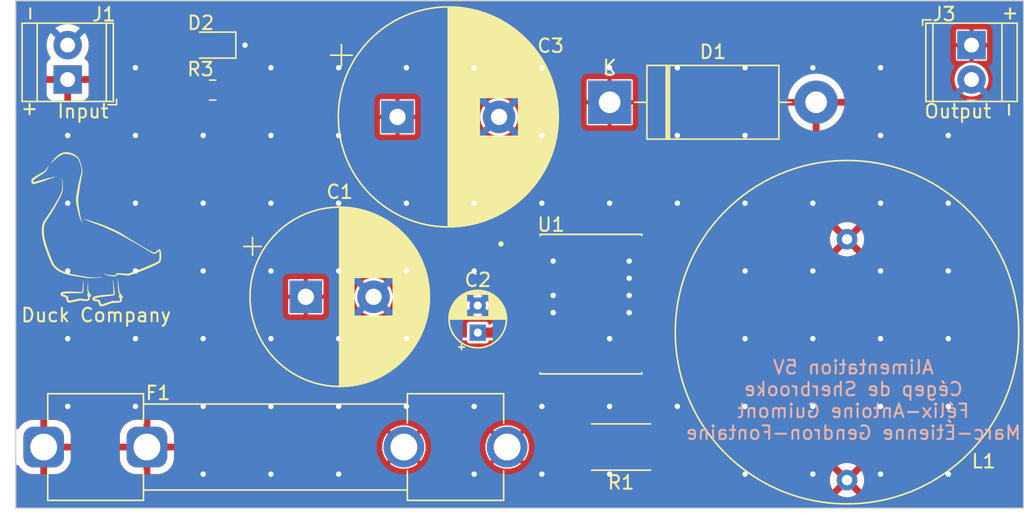
<source format=kicad_pcb>
(kicad_pcb (version 20221018) (generator pcbnew)
  (layers (0 "F.Cu" signal) (1 "In1.Cu" signal) (2 "In2.Cu" signal) (31 "B.Cu" signal) (34 "B.Paste" user) (35 "F.Paste" user) (36 "B.SilkS" user "B.Silkscreen") (37 "F.SilkS" user "F.Silkscreen") (38 "B.Mask" user) (39 "F.Mask" user) (44 "Edge.Cuts" user))
  (net 0 "")
  (net 1 "GND")
  (net 2 "Net-(J1-Pin_1)")
  (net 3 "Net-(D1-K)")
  (net 4 "Net-(U1-Ipk_Sense)")
  (net 5 "Net-(D1-A)")
  (net 6 "Net-(U1-timing_capacitor)")
  (net 8 "Net-(D2-A)")
  (net 9 "Net-(U1-VCC)")
  (footprint "THT:L0451-AL" (layer "F.Cu") (at 166.15 121.142 90)
    (fp_text reference "L1" hide)
    (fp_text value "180mH")
    (pad "1" thru_hole circle (at 0 0 90) (size 1.524 1.524) (drill 0.762) (layers "*.Cu" "*.Mask") (net 4 "Net-(U1-Ipk_Sense)"))
    (pad "2" thru_hole circle (at 17.78 0 90) (size 1.524 1.524) (drill 0.762) (layers "*.Cu" "*.Mask") (net 5 "Net-(D1-A)"))
  )
  (footprint "TerminalBlock_TE-Connectivity:TerminalBlock_TE_282834-2_1x02_P2.54mm_Horizontal" (layer "F.Cu") (at 175.34 89.03 -90)
    (fp_text reference "J3" (at -2.29 2.03) (layer "F.SilkS"))
    (fp_text value "ouput")
    (pad "1" thru_hole rect (at 0 0 270) (size 2.1 2.1) (drill 1.1) (layers "*.Cu" "*.Mask") (net 3 "Net-(D1-K)"))
    (pad "2" thru_hole circle (at 2.54 0 270) (size 2.1 2.1) (drill 1.1) (layers "*.Cu" "*.Mask") (net 1 "GND"))
  )
  (footprint "Fuse:Fuseholder_Clip-6.3x32mm_Littelfuse_102_122_Inline_P34.21x7.62mm_D1.98mm_Horizontal" (layer "F.Cu") (at 106.85 118.7)
    (fp_text reference "F1" (at 8.44 -3.99) (layer "F.SilkS"))
    (fp_text value "5A")
    (pad "1" thru_hole roundrect (at 0 0) (size 3 3) (drill 1.98) (layers "*.Cu" "*.Mask") (net 2 "Net-(J1-Pin_1)"))
    (pad "1" thru_hole roundrect (at 7.62 0) (size 3 3) (drill 1.98) (layers "*.Cu" "*.Mask") (net 2 "Net-(J1-Pin_1)"))
    (pad "2" thru_hole circle (at 26.59 0) (size 3 3) (drill 1.98) (layers "*.Cu" "*.Mask") (net 9 "Net-(U1-VCC)"))
    (pad "2" thru_hole circle (at 34.21 0) (size 3 3) (drill 1.98) (layers "*.Cu" "*.Mask") (net 9 "Net-(U1-VCC)"))
  )
  (footprint "Capacitor_THT:CP_Radial_D13.0mm_P5.00mm" (layer "F.Cu") (at 126.2 107.61)
    (fp_text reference "C1" (at 2.5 -7.75) (layer "F.SilkS"))
    (fp_text value "Cin")
    (pad "1" thru_hole rect (at 0 0) (size 2.4 2.4) (drill 1.2) (layers "*.Cu" "*.Mask") (net 9 "Net-(U1-VCC)"))
    (pad "2" thru_hole circle (at 5 0) (size 2.4 2.4) (drill 1.2) (layers "*.Cu" "*.Mask") (net 1 "GND"))
  )
  (footprint "Diode_THT:D_DO-201AD_P15.24mm_Horizontal" (layer "F.Cu") (at 148.63 93.25)
    (fp_text reference "D1" (at 7.62 -3.72) (layer "F.SilkS"))
    (fp_text value "1N5822")
    (fp_text user "K" (at 0 -2.6) (layer "F.SilkS"))
    (pad "1" thru_hole rect (at 0 0) (size 3.2 3.2) (drill 1.6) (layers "*.Cu" "*.Mask") (net 3 "Net-(D1-K)"))
    (pad "2" thru_hole oval (at 15.24 0) (size 3.2 3.2) (drill 1.6) (layers "*.Cu" "*.Mask") (net 5 "Net-(D1-A)"))
  )
  (footprint "Logo:duck_15x15" (layer "F.Cu") (at 110.733286 102.62224)
    (fp_text reference "G***" hide)
    (fp_text value "LOGO" hide)
  )
  (footprint "TerminalBlock_TE-Connectivity:TerminalBlock_TE_282834-2_1x02_P2.54mm_Horizontal" (layer "F.Cu") (at 108.62 91.57 90)
    (fp_text reference "J1" (at 4.81 2.67 180) (layer "F.SilkS"))
    (fp_text value "Input ")
    (pad "1" thru_hole rect (at 0 0 90) (size 2.1 2.1) (drill 1.1) (layers "*.Cu" "*.Mask") (net 2 "Net-(J1-Pin_1)"))
    (pad "2" thru_hole circle (at 2.54 0 90) (size 2.1 2.1) (drill 1.1) (layers "*.Cu" "*.Mask") (net 1 "GND"))
  )
  (footprint "Capacitor_THT:CP_Radial_D16.0mm_P7.50mm" (layer "F.Cu") (at 132.967246 94.33)
    (fp_text reference "C3" (at 11.302754 -5.25) (layer "F.SilkS"))
    (fp_text value "Co")
    (pad "1" thru_hole rect (at 0 0) (size 2.4 2.4) (drill 1.2) (layers "*.Cu" "*.Mask") (net 3 "Net-(D1-K)"))
    (pad "2" thru_hole circle (at 7.5 0) (size 2.4 2.4) (drill 1.2) (layers "*.Cu" "*.Mask") (net 1 "GND"))
  )
  (footprint "LED_SMD:LED_0805_2012Metric" (layer "F.Cu") (at 119.35 89.03 180)
    (fp_text reference "D2" (at 0.9 1.64) (layer "F.SilkS"))
    (fp_text value "LED")
    (pad "1" smd roundrect (at -0.9375 0 180) (size 0.975 1.4) (layers "F.Cu" "F.Paste" "F.Mask") (net 1 "GND"))
    (pad "2" smd roundrect (at 0.9375 0 180) (size 0.975 1.4) (layers "F.Cu" "F.Paste" "F.Mask") (net 8 "Net-(D2-A)"))
  )
  (footprint "Resistor_SMD:R_2512_6332Metric" (layer "F.Cu") (at 149.47 118.7 180)
    (fp_text reference "R1" (at 0 -2.62) (layer "F.SilkS"))
    (fp_text value "0.075")
    (pad "1" smd roundrect (at -2.9625 0 180) (size 1.225 3.35) (layers "F.Cu" "F.Paste" "F.Mask") (roundrect_rratio 0.2040816327) (net 4 "Net-(U1-Ipk_Sense)"))
    (pad "2" smd roundrect (at 2.9625 0 180) (size 1.225 3.35) (layers "F.Cu" "F.Paste" "F.Mask") (roundrect_rratio 0.2040816327) (net 9 "Net-(U1-VCC)"))
  )
  (footprint "SOIC127P1030X265-16N:SOIC127P1030X265-16N" (layer "F.Cu") (at 147.2525 108.15)
    (fp_text reference "U1" (at -2.95 -5.865) (layer "F.SilkS"))
    (fp_text value "MC34163")
    (pad "1" smd roundrect (at -4.65 -4.445) (size 2 0.6) (layers "F.Cu" "F.Paste") (roundrect_rratio 0.05))
    (pad "2" smd roundrect (at -4.65 -3.175) (size 2 0.6) (layers "F.Cu" "F.Paste") (roundrect_rratio 0.05) (net 1 "GND"))
    (pad "3" smd roundrect (at -4.65 -1.905) (size 2 0.6) (layers "F.Cu" "F.Paste") (roundrect_rratio 0.05) (net 3 "Net-(D1-K)"))
    (pad "4" smd roundrect (at -4.65 -0.635) (size 2 0.6) (layers "F.Cu" "F.Paste") (roundrect_rratio 0.05) (net 1 "GND"))
    (pad "5" smd roundrect (at -4.65 0.635) (size 2 0.6) (layers "F.Cu" "F.Paste") (roundrect_rratio 0.05) (net 1 "GND"))
    (pad "6" smd roundrect (at -4.65 1.905) (size 2 0.6) (layers "F.Cu" "F.Paste") (roundrect_rratio 0.05) (net 6 "Net-(U1-timing_capacitor)"))
    (pad "7" smd roundrect (at -4.65 3.175) (size 2 0.6) (layers "F.Cu" "F.Paste") (roundrect_rratio 0.05) (net 9 "Net-(U1-VCC)"))
    (pad "8" smd roundrect (at -4.65 4.445) (size 2 0.6) (layers "F.Cu" "F.Paste") (roundrect_rratio 0.05) (net 4 "Net-(U1-Ipk_Sense)"))
    (pad "9" smd roundrect (at 4.65 4.445) (size 2 0.6) (layers "F.Cu" "F.Paste") (roundrect_rratio 0.05) (net 5 "Net-(D1-A)"))
    (pad "10" smd roundrect (at 4.65 3.175) (size 2 0.6) (layers "F.Cu" "F.Paste") (roundrect_rratio 0.05) (net 5 "Net-(D1-A)"))
    (pad "11" smd roundrect (at 4.65 1.905) (size 2 0.6) (layers "F.Cu" "F.Paste") (roundrect_rratio 0.05) (net 5 "Net-(D1-A)"))
    (pad "12" smd roundrect (at 4.65 0.635) (size 2 0.6) (layers "F.Cu" "F.Paste") (roundrect_rratio 0.05) (net 1 "GND"))
    (pad "13" smd roundrect (at 4.65 -0.635) (size 2 0.6) (layers "F.Cu" "F.Paste") (roundrect_rratio 0.05) (net 1 "GND"))
    (pad "14" smd roundrect (at 4.65 -1.905) (size 2 0.6) (layers "F.Cu" "F.Paste") (roundrect_rratio 0.05) (net 1 "GND"))
    (pad "15" smd roundrect (at 4.65 -3.175) (size 2 0.6) (layers "F.Cu" "F.Paste") (roundrect_rratio 0.05) (net 1 "GND"))
    (pad "16" smd roundrect (at 4.65 -4.445) (size 2 0.6) (layers "F.Cu" "F.Paste") (roundrect_rratio 0.05))
  )
  (footprint "Capacitor_THT:CP_Radial_D4.0mm_P2.00mm" (layer "F.Cu") (at 138.89 110.2526 90)
    (fp_text reference "C2" (at 3.89 0.01 180) (layer "F.SilkS"))
    (fp_text value "Ct")
    (pad "1" thru_hole rect (at 0 0 90) (size 1.2 1.2) (drill 0.6) (layers "*.Cu" "*.Mask") (net 6 "Net-(U1-timing_capacitor)"))
    (pad "2" thru_hole circle (at 2 0 90) (size 1.2 1.2) (drill 0.6) (layers "*.Cu" "*.Mask") (net 1 "GND"))
  )
  (footprint "Resistor_SMD:R_0805_2012Metric" (layer "F.Cu") (at 119.3225 92.35)
    (fp_text reference "R3" (at -0.8975 -1.54) (layer "F.SilkS"))
    (fp_text value "10K")
    (pad "1" smd roundrect (at -0.9125 0) (size 1.025 1.4) (layers "F.Cu" "F.Paste" "F.Mask") (roundrect_rratio 0.243902439) (net 8 "Net-(D2-A)"))
    (pad "2" smd roundrect (at 0.9125 0) (size 1.025 1.4) (layers "F.Cu" "F.Paste" "F.Mask") (roundrect_rratio 0.243902439) (net 9 "Net-(U1-VCC)"))
  )
  (gr_rect (start 104.78 85.75) (end 179.19 123.22) (stroke (width 0.1)) (fill none) (layer "Edge.Cuts"))
  (gr_text "Alimentation 5V\nCégep de Sherbrooke\nFélix-Antoine Guimont\nMarc-Étienne Gendron-Fontaine" (at 166.62 115.23) (layer "B.SilkS") (effects (font (size 1 1)) (justify mirror)))
  (gr_text "+" (at 177.47 87.21) (layer "F.SilkS") (effects (font (size 1 1)) (justify left bottom)))
  (gr_text "L1" (at 175.26 120.34) (layer "F.SilkS") (effects (font (size 1 1)) (justify left bottom)))
  (gr_text "Duck Company" (at 105.1 109.55) (layer "F.SilkS") (effects (font (size 1 1)) (justify left bottom)))
  (gr_text "-" (at 106.37 87.41 90) (layer "F.SilkS") (effects (font (size 1 1)) (justify left bottom)))
  (gr_text "+" (at 105.09 94.27) (layer "F.SilkS") (effects (font (size 1 1)) (justify left bottom)))
  (gr_text "Input" (at 107.77 94.5) (layer "F.SilkS") (effects (font (size 1 1)) (justify left bottom)))
  (gr_text "-" (at 178.62 94.52 90) (layer "F.SilkS") (effects (font (size 1 1)) (justify left bottom)))
  (gr_text "Output" (at 171.78 94.5) (layer "F.SilkS") (effects (font (size 1 1)) (justify left bottom)))
  (segment (start 144.455 108.785) (end 144.46 108.78) (width 0.25) (layer "F.Cu") (net 1))
  (segment (start 144.455 104.975) (end 144.46 104.97) (width 0.25) (layer "F.Cu") (net 1))
  (segment (start 142.6025 107.515) (end 144.455 107.515) (width 0.75) (layer "F.Cu") (net 1))
  (segment (start 151.9025 108.785) (end 150.075 108.785) (width 0.75) (layer "F.Cu") (net 1))
  (segment (start 142.6025 104.975) (end 144.455 104.975) (width 0.75) (layer "F.Cu") (net 1))
  (segment (start 151.9025 104.975) (end 150.075 104.975) (width 0.75) (layer "F.Cu") (net 1))
  (segment (start 150.075 107.515) (end 150.07 107.51) (width 0.25) (layer "F.Cu") (net 1))
  (segment (start 120.2875 89.03) (end 121.71 89.03) (width 0.75) (layer "F.Cu") (net 1))
  (segment (start 150.075 106.245) (end 150.07 106.24) (width 0.25) (layer "F.Cu") (net 1))
  (segment (start 150.075 104.975) (end 150.07 104.97) (width 0.25) (layer "F.Cu") (net 1))
  (segment (start 144.455 107.515) (end 144.46 107.51) (width 0.25) (layer "F.Cu") (net 1))
  (segment (start 142.6025 108.785) (end 144.455 108.785) (width 0.75) (layer "F.Cu") (net 1))
  (segment (start 150.075 108.785) (end 150.07 108.78) (width 0.25) (layer "F.Cu") (net 1))
  (segment (start 151.9025 106.245) (end 150.075 106.245) (width 0.75) (layer "F.Cu") (net 1))
  (segment (start 151.9025 107.515) (end 150.075 107.515) (width 0.75) (layer "F.Cu") (net 1))
  (via (at 128.624803 95.7) (size 0.8) (drill 0.4) (layers "F.Cu" "B.Cu") (net 1))
  (via (at 128.624803 115.7) (size 0.8) (drill 0.4) (layers "F.Cu" "B.Cu") (net 1))
  (via (at 144.46 108.78) (size 0.8) (drill 0.4) (layers "F.Cu" "B.Cu") (net 1))
  (via (at 118.624803 95.7) (size 0.8) (drill 0.4) (layers "F.Cu" "B.Cu") (net 1))
  (via (at 168.624803 100.7) (size 0.8) (drill 0.4) (layers "F.Cu" "B.Cu") (net 1))
  (via (at 150.07 107.51) (size 0.8) (drill 0.4) (layers "F.Cu" "B.Cu") (net 1))
  (via (at 153.624803 115.7) (size 0.8) (drill 0.4) (layers "F.Cu" "B.Cu") (net 1))
  (via (at 173.624803 120.7) (size 0.8) (drill 0.4) (layers "F.Cu" "B.Cu") (net 1))
  (via (at 153.624803 95.7) (size 0.8) (drill 0.4) (layers "F.Cu" "B.Cu") (net 1))
  (via (at 163.624803 115.7) (size 0.8) (drill 0.4) (layers "F.Cu" "B.Cu") (net 1))
  (via (at 158.624803 115.7) (size 0.8) (drill 0.4) (layers "F.Cu" "B.Cu") (net 1))
  (via (at 108.624803 105.7) (size 0.8) (drill 0.4) (layers "F.Cu" "B.Cu") (net 1))
  (via (at 168.624803 95.7) (size 0.8) (drill 0.4) (layers "F.Cu" "B.Cu") (net 1))
  (via (at 123.624803 120.7) (size 0.8) (drill 0.4) (layers "F.Cu" "B.Cu") (net 1))
  (via (at 108.624803 110.7) (size 0.8) (drill 0.4) (layers "F.Cu" "B.Cu") (net 1))
  (via (at 143.624803 100.7) (size 0.8) (drill 0.4) (layers "F.Cu" "B.Cu") (net 1))
  (via (at 148.624803 90.7) (size 0.8) (drill 0.4) (layers "F.Cu" "B.Cu") (net 1))
  (via (at 163.624803 120.7) (size 0.8) (drill 0.4) (layers "F.Cu" "B.Cu") (net 1))
  (via (at 138.624803 115.7) (size 0.8) (drill 0.4) (layers "F.Cu" "B.Cu") (net 1))
  (via (at 123.624803 115.7) (size 0.8) (drill 0.4) (layers "F.Cu" "B.Cu") (net 1))
  (via (at 173.624803 110.7) (size 0.8) (drill 0.4) (layers "F.Cu" "B.Cu") (net 1))
  (via (at 158.624803 95.7) (size 0.8) (drill 0.4) (layers "F.Cu" "B.Cu") (net 1))
  (via (at 118.624803 120.7) (size 0.8) (drill 0.4) (layers "F.Cu" "B.Cu") (net 1))
  (via (at 113.624803 95.7) (size 0.8) (drill 0.4) (layers "F.Cu" "B.Cu") (net 1))
  (via (at 128.624803 90.7) (size 0.8) (drill 0.4) (layers "F.Cu" "B.Cu") (net 1))
  (via (at 163.624803 100.7) (size 0.8) (drill 0.4) (layers "F.Cu" "B.Cu") (net 1))
  (via (at 118.624803 105.7) (size 0.8) (drill 0.4) (layers "F.Cu" "B.Cu") (net 1))
  (via (at 118.624803 100.7) (size 0.8) (drill 0.4) (layers "F.Cu" "B.Cu") (net 1))
  (via (at 168.624803 120.7) (size 0.8) (drill 0.4) (layers "F.Cu" "B.Cu") (net 1))
  (via (at 121.71 89.03) (size 0.8) (drill 0.4) (layers "F.Cu" "B.Cu") (net 1))
  (via (at 123.624803 105.7) (size 0.8) (drill 0.4) (layers "F.Cu" "B.Cu") (net 1))
  (via (at 168.624803 115.7) (size 0.8) (drill 0.4) (layers "F.Cu" "B.Cu") (net 1))
  (via (at 158.624803 110.7) (size 0.8) (drill 0.4) (layers "F.Cu" "B.Cu") (net 1))
  (via (at 123.624803 90.7) (size 0.8) (drill 0.4) (layers "F.Cu" "B.Cu") (net 1))
  (via (at 173.624803 105.7) (size 0.8) (drill 0.4) (layers "F.Cu" "B.Cu") (net 1))
  (via (at 158.624803 120.7) (size 0.8) (drill 0.4) (layers "F.Cu" "B.Cu") (net 1))
  (via (at 128.624803 105.7) (size 0.8) (drill 0.4) (layers "F.Cu" "B.Cu") (net 1))
  (via (at 118.624803 115.7) (size 0.8) (drill 0.4) (layers "F.Cu" "B.Cu") (net 1))
  (via (at 163.624803 105.7) (size 0.8) (drill 0.4) (layers "F.Cu" "B.Cu") (net 1))
  (via (at 138.624803 90.7) (size 0.8) (drill 0.4) (layers "F.Cu" "B.Cu") (net 1))
  (via (at 153.624803 100.7) (size 0.8) (drill 0.4) (layers "F.Cu" "B.Cu") (net 1))
  (via (at 143.624803 95.7) (size 0.8) (drill 0.4) (layers "F.Cu" "B.Cu") (net 1))
  (via (at 118.624803 110.7) (size 0.8) (drill 0.4) (layers "F.Cu" "B.Cu") (net 1))
  (via (at 173.624803 115.7) (size 0.8) (drill 0.4) (layers "F.Cu" "B.Cu") (net 1))
  (via (at 133.624803 90.7) (size 0.8) (drill 0.4) (layers "F.Cu" "B.Cu") (net 1))
  (via (at 150.07 104.97) (size 0.8) (drill 0.4) (layers "F.Cu" "B.Cu") (net 1))
  (via (at 153.624803 90.7) (size 0.8) (drill 0.4) (layers "F.Cu" "B.Cu") (net 1))
  (via (at 108.624803 100.7) (size 0.8) (drill 0.4) (layers "F.Cu" "B.Cu") (net 1))
  (via (at 108.624803 95.7) (size 0.8) (drill 0.4) (layers "F.Cu" "B.Cu") (net 1))
  (via (at 113.624803 90.7) (size 0.8) (drill 0.4) (layers "F.Cu" "B.Cu") (net 1))
  (via (at 173.624803 100.7) (size 0.8) (drill 0.4) (layers "F.Cu" "B.Cu") (net 1))
  (via (at 173.624803 95.7) (size 0.8) (drill 0.4) (layers "F.Cu" "B.Cu") (net 1))
  (via (at 113.624803 110.7) (size 0.8) (drill 0.4) (layers "F.Cu" "B.Cu") (net 1))
  (via (at 123.624803 95.7) (size 0.8) (drill 0.4) (layers "F.Cu" "B.Cu") (net 1))
  (via (at 163.624803 110.7) (size 0.8) (drill 0.4) (layers "F.Cu" "B.Cu") (net 1))
  (via (at 144.46 107.51) (size 0.8) (drill 0.4) (layers "F.Cu" "B.Cu") (net 1))
  (via (at 143.624803 115.7) (size 0.8) (drill 0.4) (layers "F.Cu" "B.Cu") (net 1))
  (via (at 128.624803 110.7) (size 0.8) (drill 0.4) (layers "F.Cu" "B.Cu") (net 1))
  (via (at 123.624803 100.7) (size 0.8) (drill 0.4) (layers "F.Cu" "B.Cu") (net 1))
  (via (at 168.624803 105.7) (size 0.8) (drill 0.4) (layers "F.Cu" "B.Cu") (net 1))
  (via (at 133.624803 100.7) (size 0.8) (drill 0.4) (layers "F.Cu" "B.Cu") (net 1))
  (via (at 123.624803 110.7) (size 0.8) (drill 0.4) (layers "F.Cu" "B.Cu") (net 1))
  (via (at 143.624803 120.7) (size 0.8) (drill 0.4) (layers "F.Cu" "B.Cu") (net 1))
  (via (at 138.624803 105.7) (size 0.8) (drill 0.4) (layers "F.Cu" "B.Cu") (net 1))
  (via (at 133.624803 110.7) (size 0.8) (drill 0.4) (layers "F.Cu" "B.Cu") (net 1))
  (via (at 138.624803 100.7) (size 0.8) (drill 0.4) (layers "F.Cu" "B.Cu") (net 1))
  (via (at 113.624803 105.7) (size 0.8) (drill 0.4) (layers "F.Cu" "B.Cu") (net 1))
  (via (at 143.624803 90.7) (size 0.8) (drill 0.4) (layers "F.Cu" "B.Cu") (net 1))
  (via (at 148.624803 110.7) (size 0.8) (drill 0.4) (layers "F.Cu" "B.Cu") (net 1))
  (via (at 150.07 108.78) (size 0.8) (drill 0.4) (layers "F.Cu" "B.Cu") (net 1))
  (via (at 158.624803 90.7) (size 0.8) (drill 0.4) (layers "F.Cu" "B.Cu") (net 1))
  (via (at 113.624803 115.7) (size 0.8) (drill 0.4) (layers "F.Cu" "B.Cu") (net 1))
  (via (at 148.624803 120.7) (size 0.8) (drill 0.4) (layers "F.Cu" "B.Cu") (net 1))
  (via (at 148.624803 100.7) (size 0.8) (drill 0.4) (layers "F.Cu" "B.Cu") (net 1))
  (via (at 133.624803 105.7) (size 0.8) (drill 0.4) (layers "F.Cu" "B.Cu") (net 1))
  (via (at 128.624803 120.7) (size 0.8) (drill 0.4) (layers "F.Cu" "B.Cu") (net 1))
  (via (at 163.624803 90.7) (size 0.8) (drill 0.4) (layers "F.Cu" "B.Cu") (net 1))
  (via (at 144.46 104.97) (size 0.8) (drill 0.4) (layers "F.Cu" "B.Cu") (net 1))
  (via (at 108.624803 115.7) (size 0.8) (drill 0.4) (layers "F.Cu" "B.Cu") (net 1))
  (via (at 113.624803 100.7) (size 0.8) (drill 0.4) (layers "F.Cu" "B.Cu") (net 1))
  (via (at 138.624803 120.7) (size 0.8) (drill 0.4) (layers "F.Cu" "B.Cu") (net 1))
  (via (at 168.624803 90.7) (size 0.8) (drill 0.4) (layers "F.Cu" "B.Cu") (net 1))
  (via (at 128.624803 100.7) (size 0.8) (drill 0.4) (layers "F.Cu" "B.Cu") (net 1))
  (via (at 158.624803 100.7) (size 0.8) (drill 0.4) (layers "F.Cu" "B.Cu") (net 1))
  (via (at 150.07 106.24) (size 0.8) (drill 0.4) (layers "F.Cu" "B.Cu") (net 1))
  (via (at 158.624803 105.7) (size 0.8) (drill 0.4) (layers "F.Cu" "B.Cu") (net 1))
  (via (at 148.624803 115.7) (size 0.8) (drill 0.4) (layers "F.Cu" "B.Cu") (net 1))
  (via (at 133.624803 115.7) (size 0.8) (drill 0.4) (layers "F.Cu" "B.Cu") (net 1))
  (via (at 168.624803 110.7) (size 0.8) (drill 0.4) (layers "F.Cu" "B.Cu") (net 1))
  (segment (start 150.07 106.24) (end 150.07 106.28) (width 0.25) (layer "B.Cu") (net 1))
  (segment (start 138.89 110.2526) (end 140.0574 110.2526) (width 0.75) (layer "F.Cu") (net 6))
  (segment (start 140.0574 110.2526) (end 140.255 110.055) (width 0.75) (layer "F.Cu") (net 6))
  (segment (start 140.255 110.055) (end 142.6025 110.055) (width 0.75) (layer "F.Cu") (net 6))
  (segment (start 118.4125 92.3475) (end 118.41 92.35) (width 0.25) (layer "F.Cu") (net 8))
  (segment (start 118.4125 89.03) (end 118.4125 92.3475) (width 0.75) (layer "F.Cu") (net 8))
  (zone (net 9) (net_name "Net-(U1-VCC)") (layer "F.Cu") (priority 1) (connect_pads (clearance 0.127)) (min_thickness 0.1) (fill yes (thermal_gap 0.1) (thermal_bridge_width 0.3))
    (polygon (pts (xy 136.75 110.75) (xy 136.75 102.49) (xy 128.428156 102.49) (xy 128.448268 85.781636) (xy 117.822783 85.778645) (xy 117.84 105.66) (xy 117.84 123.23) (xy 149.07 123.23) (xy 149.07 115.97) (xy 140.87 115.97) (xy 140.87 111.95) (xy 143.9 111.95) (xy 143.9 110.75)))
  )
  (zone (net 4) (net_name "Net-(U1-Ipk_Sense)") (layer "F.Cu") (priority 3) (connect_pads (clearance 0.508)) (min_thickness 0.25) (fill yes (thermal_gap 0.5) (thermal_bridge_width 0.5))
    (polygon (pts (xy 141.35 112.06) (xy 141.35 115.47) (xy 149.67 115.47) (xy 149.68 115.46) (xy 149.68 123.22) (xy 179.19 123.22) (xy 179.19 112.06) (xy 156.61 112.06) (xy 156.61 113.79) (xy 149.78 113.79) (xy 149.78 112.06)))
  )
  (zone (net 3) (net_name "Net-(D1-K)") (layer "F.Cu") (priority 2) (connect_pads (clearance 0.127)) (min_thickness 0.1) (fill yes (thermal_gap 0.1) (thermal_bridge_width 0.3))
    (polygon (pts (xy 143.97 105.65) (xy 143.96 105.64) (xy 140.55 105.64) (xy 140.55 101.33) (xy 140.57 101.31) (xy 156.34 101.31) (xy 156.34 90.3) (xy 171.97 90.305558) (xy 171.97 93.259727) (xy 179.206524 93.244405) (xy 179.193708 90.311116) (xy 179.20371 85.76) (xy 129 85.76) (xy 129 102.18) (xy 128.8 101.98) (xy 137.34 101.98) (xy 137.34 110.62) (xy 143.97 110.62)))
  )
  (zone (net 2) (net_name "Net-(J1-Pin_1)") (layer "F.Cu") (connect_pads (clearance 0.508)) (min_thickness 0.25) (fill yes (thermal_gap 0.5) (thermal_bridge_width 0.5))
    (polygon (pts (xy 104.73 85.75) (xy 117.3 85.75) (xy 117.3 123.23) (xy 104.73 123.23)))
  )
  (zone (net 5) (net_name "Net-(D1-A)") (layer "F.Cu") (priority 4) (connect_pads (clearance 0.508)) (min_thickness 0.25) (fill yes (thermal_gap 0.5) (thermal_bridge_width 0.5))
    (polygon (pts (xy 153.72 109.46) (xy 153.72 101.92) (xy 156.87 101.92) (xy 156.87 90.49) (xy 171.59 90.49) (xy 171.59 93.57) (xy 179.2 93.57) (xy 179.21 93.58) (xy 179.21 111.5) (xy 156.11 111.5) (xy 156.11 113.23) (xy 150.5 113.23) (xy 150.5 109.46)))
  )
  (zone (net 1) (net_name "GND") (layers "In1.Cu" "B.Cu") (priority 5) (connect_pads (clearance 0.508)) (min_thickness 0.25) (fill yes (thermal_gap 0.5) (thermal_bridge_width 0.5))
    (polygon (pts (xy 179.19 85.75) (xy 179.19 123.23) (xy 104.77 123.23) (xy 104.77 85.75)))
  )
)
</source>
